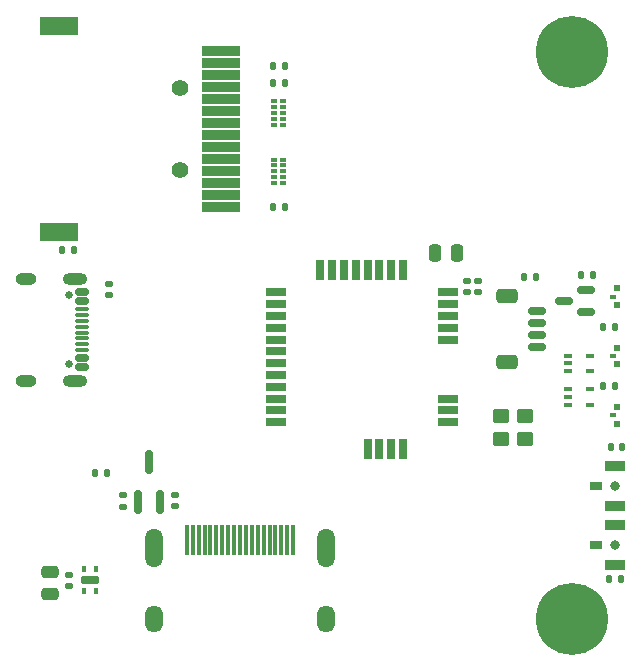
<source format=gbr>
%TF.GenerationSoftware,KiCad,Pcbnew,8.0.7*%
%TF.CreationDate,2024-12-14T14:48:29+01:00*%
%TF.ProjectId,CM5_CB,434d355f-4342-42e6-9b69-6361645f7063,rev?*%
%TF.SameCoordinates,Original*%
%TF.FileFunction,Soldermask,Top*%
%TF.FilePolarity,Negative*%
%FSLAX46Y46*%
G04 Gerber Fmt 4.6, Leading zero omitted, Abs format (unit mm)*
G04 Created by KiCad (PCBNEW 8.0.7) date 2024-12-14 14:48:29*
%MOMM*%
%LPD*%
G01*
G04 APERTURE LIST*
G04 Aperture macros list*
%AMRoundRect*
0 Rectangle with rounded corners*
0 $1 Rounding radius*
0 $2 $3 $4 $5 $6 $7 $8 $9 X,Y pos of 4 corners*
0 Add a 4 corners polygon primitive as box body*
4,1,4,$2,$3,$4,$5,$6,$7,$8,$9,$2,$3,0*
0 Add four circle primitives for the rounded corners*
1,1,$1+$1,$2,$3*
1,1,$1+$1,$4,$5*
1,1,$1+$1,$6,$7*
1,1,$1+$1,$8,$9*
0 Add four rect primitives between the rounded corners*
20,1,$1+$1,$2,$3,$4,$5,0*
20,1,$1+$1,$4,$5,$6,$7,0*
20,1,$1+$1,$6,$7,$8,$9,0*
20,1,$1+$1,$8,$9,$2,$3,0*%
G04 Aperture macros list end*
%ADD10RoundRect,0.140000X0.170000X-0.140000X0.170000X0.140000X-0.170000X0.140000X-0.170000X-0.140000X0*%
%ADD11RoundRect,0.250000X0.250000X0.475000X-0.250000X0.475000X-0.250000X-0.475000X0.250000X-0.475000X0*%
%ADD12RoundRect,0.087500X0.087500X-0.187500X0.087500X0.187500X-0.087500X0.187500X-0.087500X-0.187500X0*%
%ADD13RoundRect,0.175000X0.625000X-0.175000X0.625000X0.175000X-0.625000X0.175000X-0.625000X-0.175000X0*%
%ADD14R,1.800000X0.800000*%
%ADD15R,0.800000X1.800000*%
%ADD16RoundRect,0.250000X0.475000X-0.250000X0.475000X0.250000X-0.475000X0.250000X-0.475000X-0.250000X0*%
%ADD17RoundRect,0.135000X-0.135000X-0.185000X0.135000X-0.185000X0.135000X0.185000X-0.135000X0.185000X0*%
%ADD18RoundRect,0.250000X0.450000X-0.350000X0.450000X0.350000X-0.450000X0.350000X-0.450000X-0.350000X0*%
%ADD19C,6.100000*%
%ADD20C,0.800000*%
%ADD21R,1.700000X0.900000*%
%ADD22R,1.100000X0.800000*%
%ADD23C,0.650000*%
%ADD24RoundRect,0.150000X-0.425000X0.150000X-0.425000X-0.150000X0.425000X-0.150000X0.425000X0.150000X0*%
%ADD25RoundRect,0.075000X-0.500000X0.075000X-0.500000X-0.075000X0.500000X-0.075000X0.500000X0.075000X0*%
%ADD26O,2.100000X1.000000*%
%ADD27O,1.800000X1.000000*%
%ADD28RoundRect,0.140000X-0.140000X-0.170000X0.140000X-0.170000X0.140000X0.170000X-0.140000X0.170000X0*%
%ADD29O,1.500000X2.300000*%
%ADD30O,1.500000X3.300000*%
%ADD31R,0.300000X2.600000*%
%ADD32RoundRect,0.162500X0.162500X-0.837500X0.162500X0.837500X-0.162500X0.837500X-0.162500X-0.837500X0*%
%ADD33RoundRect,0.150000X0.625000X-0.150000X0.625000X0.150000X-0.625000X0.150000X-0.625000X-0.150000X0*%
%ADD34RoundRect,0.250000X0.650000X-0.350000X0.650000X0.350000X-0.650000X0.350000X-0.650000X-0.350000X0*%
%ADD35RoundRect,0.150000X0.587500X0.150000X-0.587500X0.150000X-0.587500X-0.150000X0.587500X-0.150000X0*%
%ADD36RoundRect,0.135000X0.135000X0.185000X-0.135000X0.185000X-0.135000X-0.185000X0.135000X-0.185000X0*%
%ADD37RoundRect,0.075000X0.200000X-0.075000X0.200000X0.075000X-0.200000X0.075000X-0.200000X-0.075000X0*%
%ADD38RoundRect,0.100000X-0.225000X-0.100000X0.225000X-0.100000X0.225000X0.100000X-0.225000X0.100000X0*%
%ADD39RoundRect,0.102000X1.500000X-0.700000X1.500000X0.700000X-1.500000X0.700000X-1.500000X-0.700000X0*%
%ADD40RoundRect,0.102000X1.500000X-0.355000X1.500000X0.355000X-1.500000X0.355000X-1.500000X-0.355000X0*%
%ADD41C,1.400000*%
%ADD42R,0.500000X0.400000*%
%ADD43R,0.600000X0.600000*%
G04 APERTURE END LIST*
D10*
%TO.C,C505*%
X119250000Y-49930000D03*
X119250000Y-48970000D03*
%TD*%
%TO.C,C504*%
X118300000Y-49930000D03*
X118300000Y-48970000D03*
%TD*%
D11*
%TO.C,C503*%
X117500000Y-46650000D03*
X115600000Y-46650000D03*
%TD*%
D12*
%TO.C,U601*%
X85900000Y-75217500D03*
X86900000Y-75217500D03*
X86900000Y-73367500D03*
X85900000Y-73367500D03*
D13*
X86400000Y-74292500D03*
%TD*%
D14*
%TO.C,U502*%
X116690000Y-60940000D03*
D15*
X112900000Y-63190000D03*
X111900000Y-63190000D03*
X110900000Y-63190000D03*
X109900000Y-63190000D03*
D14*
X102110000Y-60940000D03*
X102110000Y-59940000D03*
X102110000Y-58940000D03*
X102110000Y-57940000D03*
X102110000Y-56940000D03*
X102110000Y-55940000D03*
X102110000Y-54940000D03*
X102110000Y-53940000D03*
X102110000Y-52940000D03*
X102110000Y-51940000D03*
X102110000Y-50940000D03*
X102110000Y-49940000D03*
D15*
X105900000Y-48050000D03*
X106900000Y-48050000D03*
X107900000Y-48050000D03*
X108900000Y-48050000D03*
X109900000Y-48050000D03*
X110900000Y-48050000D03*
X111900000Y-48050000D03*
X112900000Y-48050000D03*
D14*
X116690000Y-49940000D03*
X116690000Y-50940000D03*
X116690000Y-51940000D03*
X116690000Y-52940000D03*
X116690000Y-53940000D03*
X116690000Y-58940000D03*
X116690000Y-59940000D03*
%TD*%
D10*
%TO.C,C602*%
X84650000Y-74830000D03*
X84650000Y-73870000D03*
%TD*%
D16*
%TO.C,C601*%
X83050000Y-75500000D03*
X83050000Y-73600000D03*
%TD*%
D17*
%TO.C,R104*%
X124150000Y-48650000D03*
X123130000Y-48650000D03*
%TD*%
D18*
%TO.C,R103*%
X121200000Y-60400000D03*
X121200000Y-62400000D03*
%TD*%
%TO.C,R102*%
X123200000Y-60400000D03*
X123200000Y-62400000D03*
%TD*%
D19*
%TO.C,Module302*%
X127250000Y-29600000D03*
X127250000Y-77600000D03*
%TD*%
%TO.C,Module301*%
X127250000Y-77600000D03*
X127250000Y-29600000D03*
%TD*%
D20*
%TO.C,SW602*%
X130850000Y-66350000D03*
D21*
X130850000Y-64650000D03*
X130850000Y-68050000D03*
D22*
X129210000Y-66350000D03*
%TD*%
D17*
%TO.C,R101*%
X87810000Y-65250000D03*
X86790000Y-65250000D03*
%TD*%
D23*
%TO.C,J101*%
X84655000Y-50210000D03*
X84655000Y-55990000D03*
D24*
X85730000Y-49900000D03*
X85730000Y-50700000D03*
D25*
X85730000Y-51850000D03*
X85730000Y-52850000D03*
X85730000Y-53350000D03*
X85730000Y-54350000D03*
D24*
X85730000Y-55500000D03*
X85730000Y-56300000D03*
X85730000Y-56300000D03*
X85730000Y-55500000D03*
D25*
X85730000Y-54850000D03*
X85730000Y-53850000D03*
X85730000Y-52350000D03*
X85730000Y-51350000D03*
D24*
X85730000Y-50700000D03*
X85730000Y-49900000D03*
D26*
X85155000Y-48780000D03*
D27*
X80975000Y-48780000D03*
D26*
X85155000Y-57420000D03*
D27*
X80975000Y-57420000D03*
%TD*%
D28*
%TO.C,C102*%
X131480000Y-63000000D03*
X130520000Y-63000000D03*
%TD*%
D10*
%TO.C,C101*%
X88050000Y-49220000D03*
X88050000Y-50180000D03*
%TD*%
D29*
%TO.C,J501*%
X106350000Y-77560000D03*
X91850000Y-77560000D03*
D30*
X91850000Y-71600000D03*
X106350000Y-71600000D03*
D31*
X94600000Y-70870000D03*
X95100000Y-70870000D03*
X95600000Y-70870000D03*
X96100000Y-70870000D03*
X96600000Y-70870000D03*
X97100000Y-70870000D03*
X97600000Y-70870000D03*
X98100000Y-70870000D03*
X98600000Y-70870000D03*
X99100000Y-70870000D03*
X99600000Y-70870000D03*
X100100000Y-70870000D03*
X100600000Y-70870000D03*
X101100000Y-70870000D03*
X101600000Y-70870000D03*
X102100000Y-70870000D03*
X102600000Y-70870000D03*
X103100000Y-70870000D03*
X103600000Y-70870000D03*
%TD*%
D32*
%TO.C,U501*%
X91400000Y-64290000D03*
X92350000Y-67710000D03*
X90450000Y-67710000D03*
%TD*%
D33*
%TO.C,J601*%
X124225000Y-54550000D03*
X124225000Y-53550000D03*
X124225000Y-52550000D03*
X124225000Y-51550000D03*
D34*
X121700000Y-55850000D03*
X121700000Y-50250000D03*
%TD*%
D10*
%TO.C,C502*%
X93600000Y-67100000D03*
X93600000Y-68060000D03*
%TD*%
%TO.C,C501*%
X89200000Y-67120000D03*
X89200000Y-68080000D03*
%TD*%
D17*
%TO.C,R403*%
X85020000Y-46400000D03*
X84000000Y-46400000D03*
%TD*%
D28*
%TO.C,C401*%
X102880000Y-32200000D03*
X101920000Y-32200000D03*
%TD*%
D17*
%TO.C,R601*%
X130340000Y-74200000D03*
X131360000Y-74200000D03*
%TD*%
D35*
%TO.C,Q601*%
X128437500Y-51612500D03*
X128437500Y-49712500D03*
X126562500Y-50662500D03*
%TD*%
D22*
%TO.C,SW601*%
X129210000Y-71300000D03*
D21*
X130850000Y-73000000D03*
X130850000Y-69600000D03*
D20*
X130850000Y-71300000D03*
%TD*%
D36*
%TO.C,R606*%
X130860000Y-52850000D03*
X129840000Y-52850000D03*
%TD*%
D37*
%TO.C,U401*%
X102750000Y-40700000D03*
X102750000Y-40200000D03*
X102750000Y-39700000D03*
X102750000Y-39200000D03*
X102750000Y-38700000D03*
X101980000Y-38700000D03*
X101980000Y-39200000D03*
X101980000Y-39700000D03*
X101980000Y-40200000D03*
X101980000Y-40700000D03*
%TD*%
D36*
%TO.C,R402*%
X102910000Y-30750000D03*
X101890000Y-30750000D03*
%TD*%
%TO.C,R401*%
X102910000Y-42700000D03*
X101890000Y-42700000D03*
%TD*%
D38*
%TO.C,U602*%
X126870000Y-58150000D03*
X126870000Y-58800000D03*
X126870000Y-59450000D03*
X128770000Y-59450000D03*
X128770000Y-58150000D03*
%TD*%
D39*
%TO.C,T401*%
X83805000Y-27395000D03*
X83805000Y-44845000D03*
D40*
X97505000Y-29490000D03*
X97505000Y-30510000D03*
X97505000Y-31530000D03*
X97505000Y-32550000D03*
X97505000Y-33570000D03*
X97505000Y-34590000D03*
X97505000Y-35610000D03*
X97505000Y-36630000D03*
X97505000Y-37650000D03*
X97505000Y-38670000D03*
X97505000Y-39690000D03*
X97505000Y-40710000D03*
X97505000Y-41730000D03*
X97505000Y-42750000D03*
D41*
X94005000Y-32620000D03*
X94005000Y-39620000D03*
%TD*%
D37*
%TO.C,U402*%
X102730000Y-35750000D03*
X102730000Y-35250000D03*
X102730000Y-34750000D03*
X102730000Y-34250000D03*
X102730000Y-33750000D03*
X101960000Y-33750000D03*
X101960000Y-34250000D03*
X101960000Y-34750000D03*
X101960000Y-35250000D03*
X101960000Y-35750000D03*
%TD*%
D42*
%TO.C,D601*%
X130700000Y-50300000D03*
D43*
X131000000Y-51000000D03*
X131000000Y-49600000D03*
%TD*%
D38*
%TO.C,U603*%
X126860000Y-55300000D03*
X126860000Y-55950000D03*
X126860000Y-56600000D03*
X128760000Y-56600000D03*
X128760000Y-55300000D03*
%TD*%
D36*
%TO.C,R602*%
X129020000Y-48450000D03*
X128000000Y-48450000D03*
%TD*%
D42*
%TO.C,D605*%
X130700000Y-60350000D03*
D43*
X131000000Y-61050000D03*
X131000000Y-59650000D03*
%TD*%
D42*
%TO.C,D606*%
X130700000Y-55350000D03*
D43*
X131000000Y-56050000D03*
X131000000Y-54650000D03*
%TD*%
D36*
%TO.C,R605*%
X130860000Y-57850000D03*
X129840000Y-57850000D03*
%TD*%
M02*

</source>
